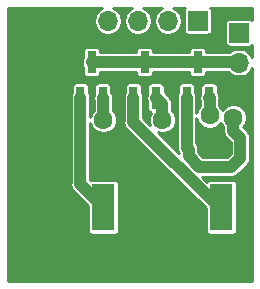
<source format=gbr>
G04 #@! TF.GenerationSoftware,KiCad,Pcbnew,5.0.1-33cea8e~68~ubuntu18.04.1*
G04 #@! TF.CreationDate,2018-11-05T15:54:46+01:00*
G04 #@! TF.ProjectId,Pulse_Arc_Welder_logic,50756C73655F4172635F57656C646572,rev?*
G04 #@! TF.SameCoordinates,Original*
G04 #@! TF.FileFunction,Copper,L2,Bot,Signal*
G04 #@! TF.FilePolarity,Positive*
%FSLAX46Y46*%
G04 Gerber Fmt 4.6, Leading zero omitted, Abs format (unit mm)*
G04 Created by KiCad (PCBNEW 5.0.1-33cea8e~68~ubuntu18.04.1) date Mo 05 Nov 2018 15:54:46 CET*
%MOMM*%
%LPD*%
G01*
G04 APERTURE LIST*
G04 #@! TA.AperFunction,ComponentPad*
%ADD10R,1.980000X3.960000*%
G04 #@! TD*
G04 #@! TA.AperFunction,ComponentPad*
%ADD11O,1.980000X3.960000*%
G04 #@! TD*
G04 #@! TA.AperFunction,ComponentPad*
%ADD12R,1.700000X1.700000*%
G04 #@! TD*
G04 #@! TA.AperFunction,ComponentPad*
%ADD13O,1.700000X1.700000*%
G04 #@! TD*
G04 #@! TA.AperFunction,SMDPad,CuDef*
%ADD14R,0.800000X1.900000*%
G04 #@! TD*
G04 #@! TA.AperFunction,Conductor*
%ADD15C,0.100000*%
G04 #@! TD*
G04 #@! TA.AperFunction,SMDPad,CuDef*
%ADD16C,0.875000*%
G04 #@! TD*
G04 #@! TA.AperFunction,ViaPad*
%ADD17C,1.600000*%
G04 #@! TD*
G04 #@! TA.AperFunction,Conductor*
%ADD18C,1.000000*%
G04 #@! TD*
G04 #@! TA.AperFunction,Conductor*
%ADD19C,0.254000*%
G04 #@! TD*
G04 APERTURE END LIST*
D10*
G04 #@! TO.P,J1,1*
G04 #@! TO.N,Net-(J1-Pad1)*
X100000000Y-88800000D03*
D11*
G04 #@! TO.P,J1,2*
G04 #@! TO.N,GND*
X95000000Y-88800000D03*
G04 #@! TD*
D12*
G04 #@! TO.P,J2,1*
G04 #@! TO.N,WELD*
X111500000Y-74000000D03*
D13*
G04 #@! TO.P,J2,2*
G04 #@! TO.N,+24V*
X111500000Y-76540000D03*
G04 #@! TO.P,J2,3*
G04 #@! TO.N,GND*
X111500000Y-79080000D03*
G04 #@! TD*
D12*
G04 #@! TO.P,J3,1*
G04 #@! TO.N,SIG_1*
X108000000Y-73000000D03*
D13*
G04 #@! TO.P,J3,2*
G04 #@! TO.N,SIG_2*
X105460000Y-73000000D03*
G04 #@! TO.P,J3,3*
G04 #@! TO.N,SIG_3*
X102920000Y-73000000D03*
G04 #@! TO.P,J3,4*
G04 #@! TO.N,+5V*
X100380000Y-73000000D03*
G04 #@! TO.P,J3,5*
G04 #@! TO.N,GND*
X97840000Y-73000000D03*
G04 #@! TD*
D11*
G04 #@! TO.P,J4,2*
G04 #@! TO.N,GND*
X105000000Y-88800000D03*
D10*
G04 #@! TO.P,J4,1*
G04 #@! TO.N,Net-(J4-Pad1)*
X110000000Y-88800000D03*
G04 #@! TD*
D14*
G04 #@! TO.P,Q1,1*
G04 #@! TO.N,SIG_1*
X108950000Y-79500000D03*
G04 #@! TO.P,Q1,2*
G04 #@! TO.N,WELD*
X107050000Y-79500000D03*
G04 #@! TO.P,Q1,3*
G04 #@! TO.N,+24V*
X108000000Y-76500000D03*
G04 #@! TD*
G04 #@! TO.P,Q2,1*
G04 #@! TO.N,SIG_2*
X104450000Y-79500000D03*
G04 #@! TO.P,Q2,2*
G04 #@! TO.N,Net-(J4-Pad1)*
X102550000Y-79500000D03*
G04 #@! TO.P,Q2,3*
G04 #@! TO.N,+24V*
X103500000Y-76500000D03*
G04 #@! TD*
G04 #@! TO.P,Q3,3*
G04 #@! TO.N,+24V*
X99000000Y-76500000D03*
G04 #@! TO.P,Q3,2*
G04 #@! TO.N,Net-(J1-Pad1)*
X98050000Y-79500000D03*
G04 #@! TO.P,Q3,1*
G04 #@! TO.N,SIG_3*
X99950000Y-79500000D03*
G04 #@! TD*
D15*
G04 #@! TO.N,WELD*
G04 #@! TO.C,R1*
G36*
X107452691Y-83426053D02*
X107473926Y-83429203D01*
X107494750Y-83434419D01*
X107514962Y-83441651D01*
X107534368Y-83450830D01*
X107552781Y-83461866D01*
X107570024Y-83474654D01*
X107585930Y-83489070D01*
X107600346Y-83504976D01*
X107613134Y-83522219D01*
X107624170Y-83540632D01*
X107633349Y-83560038D01*
X107640581Y-83580250D01*
X107645797Y-83601074D01*
X107648947Y-83622309D01*
X107650000Y-83643750D01*
X107650000Y-84156250D01*
X107648947Y-84177691D01*
X107645797Y-84198926D01*
X107640581Y-84219750D01*
X107633349Y-84239962D01*
X107624170Y-84259368D01*
X107613134Y-84277781D01*
X107600346Y-84295024D01*
X107585930Y-84310930D01*
X107570024Y-84325346D01*
X107552781Y-84338134D01*
X107534368Y-84349170D01*
X107514962Y-84358349D01*
X107494750Y-84365581D01*
X107473926Y-84370797D01*
X107452691Y-84373947D01*
X107431250Y-84375000D01*
X106993750Y-84375000D01*
X106972309Y-84373947D01*
X106951074Y-84370797D01*
X106930250Y-84365581D01*
X106910038Y-84358349D01*
X106890632Y-84349170D01*
X106872219Y-84338134D01*
X106854976Y-84325346D01*
X106839070Y-84310930D01*
X106824654Y-84295024D01*
X106811866Y-84277781D01*
X106800830Y-84259368D01*
X106791651Y-84239962D01*
X106784419Y-84219750D01*
X106779203Y-84198926D01*
X106776053Y-84177691D01*
X106775000Y-84156250D01*
X106775000Y-83643750D01*
X106776053Y-83622309D01*
X106779203Y-83601074D01*
X106784419Y-83580250D01*
X106791651Y-83560038D01*
X106800830Y-83540632D01*
X106811866Y-83522219D01*
X106824654Y-83504976D01*
X106839070Y-83489070D01*
X106854976Y-83474654D01*
X106872219Y-83461866D01*
X106890632Y-83450830D01*
X106910038Y-83441651D01*
X106930250Y-83434419D01*
X106951074Y-83429203D01*
X106972309Y-83426053D01*
X106993750Y-83425000D01*
X107431250Y-83425000D01*
X107452691Y-83426053D01*
X107452691Y-83426053D01*
G37*
D16*
G04 #@! TD*
G04 #@! TO.P,R1,1*
G04 #@! TO.N,WELD*
X107212500Y-83900000D03*
D15*
G04 #@! TO.N,GND*
G04 #@! TO.C,R1*
G36*
X109027691Y-83426053D02*
X109048926Y-83429203D01*
X109069750Y-83434419D01*
X109089962Y-83441651D01*
X109109368Y-83450830D01*
X109127781Y-83461866D01*
X109145024Y-83474654D01*
X109160930Y-83489070D01*
X109175346Y-83504976D01*
X109188134Y-83522219D01*
X109199170Y-83540632D01*
X109208349Y-83560038D01*
X109215581Y-83580250D01*
X109220797Y-83601074D01*
X109223947Y-83622309D01*
X109225000Y-83643750D01*
X109225000Y-84156250D01*
X109223947Y-84177691D01*
X109220797Y-84198926D01*
X109215581Y-84219750D01*
X109208349Y-84239962D01*
X109199170Y-84259368D01*
X109188134Y-84277781D01*
X109175346Y-84295024D01*
X109160930Y-84310930D01*
X109145024Y-84325346D01*
X109127781Y-84338134D01*
X109109368Y-84349170D01*
X109089962Y-84358349D01*
X109069750Y-84365581D01*
X109048926Y-84370797D01*
X109027691Y-84373947D01*
X109006250Y-84375000D01*
X108568750Y-84375000D01*
X108547309Y-84373947D01*
X108526074Y-84370797D01*
X108505250Y-84365581D01*
X108485038Y-84358349D01*
X108465632Y-84349170D01*
X108447219Y-84338134D01*
X108429976Y-84325346D01*
X108414070Y-84310930D01*
X108399654Y-84295024D01*
X108386866Y-84277781D01*
X108375830Y-84259368D01*
X108366651Y-84239962D01*
X108359419Y-84219750D01*
X108354203Y-84198926D01*
X108351053Y-84177691D01*
X108350000Y-84156250D01*
X108350000Y-83643750D01*
X108351053Y-83622309D01*
X108354203Y-83601074D01*
X108359419Y-83580250D01*
X108366651Y-83560038D01*
X108375830Y-83540632D01*
X108386866Y-83522219D01*
X108399654Y-83504976D01*
X108414070Y-83489070D01*
X108429976Y-83474654D01*
X108447219Y-83461866D01*
X108465632Y-83450830D01*
X108485038Y-83441651D01*
X108505250Y-83434419D01*
X108526074Y-83429203D01*
X108547309Y-83426053D01*
X108568750Y-83425000D01*
X109006250Y-83425000D01*
X109027691Y-83426053D01*
X109027691Y-83426053D01*
G37*
D16*
G04 #@! TD*
G04 #@! TO.P,R1,2*
G04 #@! TO.N,GND*
X108787500Y-83900000D03*
D17*
G04 #@! TO.N,GND*
X110100000Y-83900000D03*
G04 #@! TO.N,WELD*
X111000000Y-81200000D03*
G04 #@! TO.N,SIG_1*
X109000000Y-81000000D03*
G04 #@! TO.N,SIG_2*
X105000000Y-81400000D03*
G04 #@! TO.N,SIG_3*
X100000000Y-81400000D03*
G04 #@! TD*
D18*
G04 #@! TO.N,Net-(J1-Pad1)*
X98050000Y-86850000D02*
X100000000Y-88800000D01*
X98050000Y-79500000D02*
X98050000Y-86850000D01*
G04 #@! TO.N,GND*
X108787500Y-83900000D02*
X110100000Y-83900000D01*
G04 #@! TO.N,WELD*
X107050000Y-81900000D02*
X107050000Y-82637500D01*
X107050000Y-79500000D02*
X107050000Y-81900000D01*
X107050000Y-83737500D02*
X107212500Y-83900000D01*
X107050000Y-81900000D02*
X107050000Y-83737500D01*
X107212500Y-84475000D02*
X107212500Y-83900000D01*
X108137501Y-85400001D02*
X107212500Y-84475000D01*
X110820001Y-85400001D02*
X108137501Y-85400001D01*
X111600001Y-84620001D02*
X110820001Y-85400001D01*
X111600001Y-82931371D02*
X111600001Y-84620001D01*
X111000000Y-82331370D02*
X111600001Y-82931371D01*
X111000000Y-81200000D02*
X111000000Y-82331370D01*
G04 #@! TO.N,+24V*
X111460000Y-76500000D02*
X111500000Y-76540000D01*
X99000000Y-76500000D02*
X111460000Y-76500000D01*
G04 #@! TO.N,SIG_1*
X109000000Y-79550000D02*
X108950000Y-79500000D01*
X109000000Y-81000000D02*
X109000000Y-79550000D01*
G04 #@! TO.N,SIG_2*
X105000000Y-80050000D02*
X104450000Y-79500000D01*
X105000000Y-81400000D02*
X105000000Y-80050000D01*
G04 #@! TO.N,SIG_3*
X100000000Y-79550000D02*
X99950000Y-79500000D01*
X100000000Y-81400000D02*
X100000000Y-79550000D01*
G04 #@! TO.N,Net-(J4-Pad1)*
X110000000Y-88810000D02*
X110000000Y-89800000D01*
X102550000Y-79500000D02*
X102550000Y-81450000D01*
X110000000Y-87810000D02*
X110000000Y-88800000D01*
X102550000Y-79500000D02*
X102550000Y-81570002D01*
X109779998Y-88800000D02*
X102550000Y-81570002D01*
X110000000Y-88800000D02*
X109779998Y-88800000D01*
G04 #@! TD*
D19*
G04 #@! TO.N,GND*
G36*
X99531431Y-72151431D02*
X99271291Y-72540758D01*
X99179942Y-73000000D01*
X99271291Y-73459242D01*
X99531431Y-73848569D01*
X99920758Y-74108709D01*
X100264080Y-74177000D01*
X100495920Y-74177000D01*
X100839242Y-74108709D01*
X101228569Y-73848569D01*
X101488709Y-73459242D01*
X101580058Y-73000000D01*
X101488709Y-72540758D01*
X101228569Y-72151431D01*
X100855269Y-71902000D01*
X102444731Y-71902000D01*
X102071431Y-72151431D01*
X101811291Y-72540758D01*
X101719942Y-73000000D01*
X101811291Y-73459242D01*
X102071431Y-73848569D01*
X102460758Y-74108709D01*
X102804080Y-74177000D01*
X103035920Y-74177000D01*
X103379242Y-74108709D01*
X103768569Y-73848569D01*
X104028709Y-73459242D01*
X104120058Y-73000000D01*
X104028709Y-72540758D01*
X103768569Y-72151431D01*
X103395269Y-71902000D01*
X104984731Y-71902000D01*
X104611431Y-72151431D01*
X104351291Y-72540758D01*
X104259942Y-73000000D01*
X104351291Y-73459242D01*
X104611431Y-73848569D01*
X105000758Y-74108709D01*
X105344080Y-74177000D01*
X105575920Y-74177000D01*
X105919242Y-74108709D01*
X106308569Y-73848569D01*
X106568709Y-73459242D01*
X106660058Y-73000000D01*
X106568709Y-72540758D01*
X106308569Y-72151431D01*
X105935269Y-71902000D01*
X106932574Y-71902000D01*
X106914246Y-71914246D01*
X106841973Y-72022411D01*
X106816594Y-72150000D01*
X106816594Y-73850000D01*
X106841973Y-73977589D01*
X106914246Y-74085754D01*
X107022411Y-74158027D01*
X107150000Y-74183406D01*
X108850000Y-74183406D01*
X108977589Y-74158027D01*
X109085754Y-74085754D01*
X109158027Y-73977589D01*
X109183406Y-73850000D01*
X109183406Y-72150000D01*
X109158027Y-72022411D01*
X109085754Y-71914246D01*
X109067426Y-71902000D01*
X112598001Y-71902000D01*
X112598001Y-72932575D01*
X112585754Y-72914246D01*
X112477589Y-72841973D01*
X112350000Y-72816594D01*
X110650000Y-72816594D01*
X110522411Y-72841973D01*
X110414246Y-72914246D01*
X110341973Y-73022411D01*
X110316594Y-73150000D01*
X110316594Y-74850000D01*
X110341973Y-74977589D01*
X110414246Y-75085754D01*
X110522411Y-75158027D01*
X110650000Y-75183406D01*
X112350000Y-75183406D01*
X112477589Y-75158027D01*
X112585754Y-75085754D01*
X112598001Y-75067425D01*
X112598001Y-76064732D01*
X112348569Y-75691431D01*
X111959242Y-75431291D01*
X111615920Y-75363000D01*
X111384080Y-75363000D01*
X111040758Y-75431291D01*
X110679015Y-75673000D01*
X108733406Y-75673000D01*
X108733406Y-75550000D01*
X108708027Y-75422411D01*
X108635754Y-75314246D01*
X108527589Y-75241973D01*
X108400000Y-75216594D01*
X107600000Y-75216594D01*
X107472411Y-75241973D01*
X107364246Y-75314246D01*
X107291973Y-75422411D01*
X107266594Y-75550000D01*
X107266594Y-75673000D01*
X104233406Y-75673000D01*
X104233406Y-75550000D01*
X104208027Y-75422411D01*
X104135754Y-75314246D01*
X104027589Y-75241973D01*
X103900000Y-75216594D01*
X103100000Y-75216594D01*
X102972411Y-75241973D01*
X102864246Y-75314246D01*
X102791973Y-75422411D01*
X102766594Y-75550000D01*
X102766594Y-75673000D01*
X99733406Y-75673000D01*
X99733406Y-75550000D01*
X99708027Y-75422411D01*
X99635754Y-75314246D01*
X99527589Y-75241973D01*
X99400000Y-75216594D01*
X98600000Y-75216594D01*
X98472411Y-75241973D01*
X98364246Y-75314246D01*
X98291973Y-75422411D01*
X98266594Y-75550000D01*
X98266594Y-76109061D01*
X98220984Y-76177321D01*
X98156799Y-76500000D01*
X98220984Y-76822679D01*
X98266594Y-76890939D01*
X98266594Y-77450000D01*
X98291973Y-77577589D01*
X98364246Y-77685754D01*
X98472411Y-77758027D01*
X98600000Y-77783406D01*
X99400000Y-77783406D01*
X99527589Y-77758027D01*
X99635754Y-77685754D01*
X99708027Y-77577589D01*
X99733406Y-77450000D01*
X99733406Y-77327000D01*
X102766594Y-77327000D01*
X102766594Y-77450000D01*
X102791973Y-77577589D01*
X102864246Y-77685754D01*
X102972411Y-77758027D01*
X103100000Y-77783406D01*
X103900000Y-77783406D01*
X104027589Y-77758027D01*
X104135754Y-77685754D01*
X104208027Y-77577589D01*
X104233406Y-77450000D01*
X104233406Y-77327000D01*
X107266594Y-77327000D01*
X107266594Y-77450000D01*
X107291973Y-77577589D01*
X107364246Y-77685754D01*
X107472411Y-77758027D01*
X107600000Y-77783406D01*
X108400000Y-77783406D01*
X108527589Y-77758027D01*
X108635754Y-77685754D01*
X108708027Y-77577589D01*
X108733406Y-77450000D01*
X108733406Y-77327000D01*
X110610292Y-77327000D01*
X110651431Y-77388569D01*
X111040758Y-77648709D01*
X111384080Y-77717000D01*
X111615920Y-77717000D01*
X111959242Y-77648709D01*
X112348569Y-77388569D01*
X112598001Y-77015268D01*
X112598000Y-94998000D01*
X91902000Y-94998000D01*
X91902000Y-86850000D01*
X97206800Y-86850000D01*
X97270984Y-87172678D01*
X97270985Y-87172679D01*
X97453768Y-87446233D01*
X97522817Y-87492370D01*
X98676594Y-88646148D01*
X98676594Y-90780000D01*
X98701973Y-90907589D01*
X98774246Y-91015754D01*
X98882411Y-91088027D01*
X99010000Y-91113406D01*
X100990000Y-91113406D01*
X101117589Y-91088027D01*
X101225754Y-91015754D01*
X101298027Y-90907589D01*
X101323406Y-90780000D01*
X101323406Y-86820000D01*
X101298027Y-86692411D01*
X101225754Y-86584246D01*
X101117589Y-86511973D01*
X100990000Y-86486594D01*
X99010000Y-86486594D01*
X98882411Y-86511973D01*
X98881881Y-86512327D01*
X98877000Y-86507447D01*
X98877000Y-81633831D01*
X99044576Y-82038394D01*
X99361606Y-82355424D01*
X99775826Y-82527000D01*
X100224174Y-82527000D01*
X100638394Y-82355424D01*
X100955424Y-82038394D01*
X101127000Y-81624174D01*
X101127000Y-81570002D01*
X101706800Y-81570002D01*
X101770984Y-81892680D01*
X101830297Y-81981448D01*
X101953768Y-82166235D01*
X102022817Y-82212372D01*
X108676594Y-88866151D01*
X108676594Y-90780000D01*
X108701973Y-90907589D01*
X108774246Y-91015754D01*
X108882411Y-91088027D01*
X109010000Y-91113406D01*
X110990000Y-91113406D01*
X111117589Y-91088027D01*
X111225754Y-91015754D01*
X111298027Y-90907589D01*
X111323406Y-90780000D01*
X111323406Y-86820000D01*
X111298027Y-86692411D01*
X111225754Y-86584246D01*
X111117589Y-86511973D01*
X110990000Y-86486594D01*
X109010000Y-86486594D01*
X108882411Y-86511973D01*
X108774246Y-86584246D01*
X108758045Y-86608493D01*
X108376553Y-86227001D01*
X110738557Y-86227001D01*
X110820001Y-86243201D01*
X110901445Y-86227001D01*
X110901449Y-86227001D01*
X111142680Y-86179017D01*
X111416234Y-85996234D01*
X111462373Y-85927183D01*
X112127187Y-85262370D01*
X112196234Y-85216234D01*
X112242369Y-85147188D01*
X112242371Y-85147186D01*
X112379017Y-84942680D01*
X112443202Y-84620001D01*
X112427001Y-84538553D01*
X112427001Y-83012819D01*
X112443202Y-82931371D01*
X112379017Y-82608692D01*
X112242371Y-82404186D01*
X112242369Y-82404184D01*
X112196234Y-82335138D01*
X112127187Y-82289003D01*
X111827000Y-81988816D01*
X111827000Y-81966818D01*
X111955424Y-81838394D01*
X112127000Y-81424174D01*
X112127000Y-80975826D01*
X111955424Y-80561606D01*
X111638394Y-80244576D01*
X111224174Y-80073000D01*
X110775826Y-80073000D01*
X110361606Y-80244576D01*
X110044576Y-80561606D01*
X110041421Y-80569222D01*
X109955424Y-80361606D01*
X109827000Y-80233182D01*
X109827000Y-79631448D01*
X109843201Y-79550000D01*
X109824059Y-79453767D01*
X109779016Y-79227321D01*
X109683406Y-79084231D01*
X109683406Y-78550000D01*
X109658027Y-78422411D01*
X109585754Y-78314246D01*
X109477589Y-78241973D01*
X109350000Y-78216594D01*
X108550000Y-78216594D01*
X108422411Y-78241973D01*
X108314246Y-78314246D01*
X108241973Y-78422411D01*
X108216594Y-78550000D01*
X108216594Y-79109062D01*
X108170984Y-79177322D01*
X108106800Y-79500000D01*
X108170984Y-79822678D01*
X108173001Y-79825696D01*
X108173001Y-80233181D01*
X108044576Y-80361606D01*
X107877000Y-80766169D01*
X107877000Y-79418552D01*
X107829016Y-79177321D01*
X107783406Y-79109061D01*
X107783406Y-78550000D01*
X107758027Y-78422411D01*
X107685754Y-78314246D01*
X107577589Y-78241973D01*
X107450000Y-78216594D01*
X106650000Y-78216594D01*
X106522411Y-78241973D01*
X106414246Y-78314246D01*
X106341973Y-78422411D01*
X106316594Y-78550000D01*
X106316594Y-79109062D01*
X106270984Y-79177322D01*
X106223000Y-79418553D01*
X106223001Y-81818548D01*
X106223000Y-81818553D01*
X106223001Y-83656052D01*
X106206800Y-83737500D01*
X106270984Y-84060178D01*
X106379564Y-84222679D01*
X106385500Y-84231563D01*
X106385500Y-84235948D01*
X104606353Y-82456802D01*
X104775826Y-82527000D01*
X105224174Y-82527000D01*
X105638394Y-82355424D01*
X105955424Y-82038394D01*
X106127000Y-81624174D01*
X106127000Y-81175826D01*
X105955424Y-80761606D01*
X105827000Y-80633182D01*
X105827000Y-80131442D01*
X105843200Y-80049999D01*
X105827000Y-79968556D01*
X105827000Y-79968552D01*
X105779016Y-79727321D01*
X105596233Y-79453767D01*
X105527186Y-79407631D01*
X105183406Y-79063852D01*
X105183406Y-78550000D01*
X105158027Y-78422411D01*
X105085754Y-78314246D01*
X104977589Y-78241973D01*
X104850000Y-78216594D01*
X104050000Y-78216594D01*
X103922411Y-78241973D01*
X103814246Y-78314246D01*
X103741973Y-78422411D01*
X103716594Y-78550000D01*
X103716594Y-79109062D01*
X103670984Y-79177322D01*
X103606800Y-79500000D01*
X103670984Y-79822678D01*
X103716594Y-79890938D01*
X103716594Y-80450000D01*
X103741973Y-80577589D01*
X103814246Y-80685754D01*
X103922411Y-80758027D01*
X104036646Y-80780750D01*
X103873000Y-81175826D01*
X103873000Y-81624174D01*
X103943198Y-81793647D01*
X103377000Y-81227449D01*
X103377000Y-79418552D01*
X103329016Y-79177321D01*
X103283406Y-79109061D01*
X103283406Y-78550000D01*
X103258027Y-78422411D01*
X103185754Y-78314246D01*
X103077589Y-78241973D01*
X102950000Y-78216594D01*
X102150000Y-78216594D01*
X102022411Y-78241973D01*
X101914246Y-78314246D01*
X101841973Y-78422411D01*
X101816594Y-78550000D01*
X101816594Y-79109062D01*
X101770984Y-79177322D01*
X101723000Y-79418553D01*
X101723001Y-81488554D01*
X101706800Y-81570002D01*
X101127000Y-81570002D01*
X101127000Y-81175826D01*
X100955424Y-80761606D01*
X100827000Y-80633182D01*
X100827000Y-79631448D01*
X100843201Y-79550000D01*
X100824059Y-79453767D01*
X100779016Y-79227321D01*
X100683406Y-79084231D01*
X100683406Y-78550000D01*
X100658027Y-78422411D01*
X100585754Y-78314246D01*
X100477589Y-78241973D01*
X100350000Y-78216594D01*
X99550000Y-78216594D01*
X99422411Y-78241973D01*
X99314246Y-78314246D01*
X99241973Y-78422411D01*
X99216594Y-78550000D01*
X99216594Y-79109062D01*
X99170984Y-79177322D01*
X99106800Y-79500000D01*
X99170984Y-79822678D01*
X99173001Y-79825696D01*
X99173000Y-80633182D01*
X99044576Y-80761606D01*
X98877000Y-81166169D01*
X98877000Y-79418552D01*
X98829016Y-79177321D01*
X98783406Y-79109061D01*
X98783406Y-78550000D01*
X98758027Y-78422411D01*
X98685754Y-78314246D01*
X98577589Y-78241973D01*
X98450000Y-78216594D01*
X97650000Y-78216594D01*
X97522411Y-78241973D01*
X97414246Y-78314246D01*
X97341973Y-78422411D01*
X97316594Y-78550000D01*
X97316594Y-79109062D01*
X97270984Y-79177322D01*
X97223000Y-79418553D01*
X97223001Y-86768551D01*
X97206800Y-86850000D01*
X91902000Y-86850000D01*
X91902000Y-71902000D01*
X99904731Y-71902000D01*
X99531431Y-72151431D01*
X99531431Y-72151431D01*
G37*
X99531431Y-72151431D02*
X99271291Y-72540758D01*
X99179942Y-73000000D01*
X99271291Y-73459242D01*
X99531431Y-73848569D01*
X99920758Y-74108709D01*
X100264080Y-74177000D01*
X100495920Y-74177000D01*
X100839242Y-74108709D01*
X101228569Y-73848569D01*
X101488709Y-73459242D01*
X101580058Y-73000000D01*
X101488709Y-72540758D01*
X101228569Y-72151431D01*
X100855269Y-71902000D01*
X102444731Y-71902000D01*
X102071431Y-72151431D01*
X101811291Y-72540758D01*
X101719942Y-73000000D01*
X101811291Y-73459242D01*
X102071431Y-73848569D01*
X102460758Y-74108709D01*
X102804080Y-74177000D01*
X103035920Y-74177000D01*
X103379242Y-74108709D01*
X103768569Y-73848569D01*
X104028709Y-73459242D01*
X104120058Y-73000000D01*
X104028709Y-72540758D01*
X103768569Y-72151431D01*
X103395269Y-71902000D01*
X104984731Y-71902000D01*
X104611431Y-72151431D01*
X104351291Y-72540758D01*
X104259942Y-73000000D01*
X104351291Y-73459242D01*
X104611431Y-73848569D01*
X105000758Y-74108709D01*
X105344080Y-74177000D01*
X105575920Y-74177000D01*
X105919242Y-74108709D01*
X106308569Y-73848569D01*
X106568709Y-73459242D01*
X106660058Y-73000000D01*
X106568709Y-72540758D01*
X106308569Y-72151431D01*
X105935269Y-71902000D01*
X106932574Y-71902000D01*
X106914246Y-71914246D01*
X106841973Y-72022411D01*
X106816594Y-72150000D01*
X106816594Y-73850000D01*
X106841973Y-73977589D01*
X106914246Y-74085754D01*
X107022411Y-74158027D01*
X107150000Y-74183406D01*
X108850000Y-74183406D01*
X108977589Y-74158027D01*
X109085754Y-74085754D01*
X109158027Y-73977589D01*
X109183406Y-73850000D01*
X109183406Y-72150000D01*
X109158027Y-72022411D01*
X109085754Y-71914246D01*
X109067426Y-71902000D01*
X112598001Y-71902000D01*
X112598001Y-72932575D01*
X112585754Y-72914246D01*
X112477589Y-72841973D01*
X112350000Y-72816594D01*
X110650000Y-72816594D01*
X110522411Y-72841973D01*
X110414246Y-72914246D01*
X110341973Y-73022411D01*
X110316594Y-73150000D01*
X110316594Y-74850000D01*
X110341973Y-74977589D01*
X110414246Y-75085754D01*
X110522411Y-75158027D01*
X110650000Y-75183406D01*
X112350000Y-75183406D01*
X112477589Y-75158027D01*
X112585754Y-75085754D01*
X112598001Y-75067425D01*
X112598001Y-76064732D01*
X112348569Y-75691431D01*
X111959242Y-75431291D01*
X111615920Y-75363000D01*
X111384080Y-75363000D01*
X111040758Y-75431291D01*
X110679015Y-75673000D01*
X108733406Y-75673000D01*
X108733406Y-75550000D01*
X108708027Y-75422411D01*
X108635754Y-75314246D01*
X108527589Y-75241973D01*
X108400000Y-75216594D01*
X107600000Y-75216594D01*
X107472411Y-75241973D01*
X107364246Y-75314246D01*
X107291973Y-75422411D01*
X107266594Y-75550000D01*
X107266594Y-75673000D01*
X104233406Y-75673000D01*
X104233406Y-75550000D01*
X104208027Y-75422411D01*
X104135754Y-75314246D01*
X104027589Y-75241973D01*
X103900000Y-75216594D01*
X103100000Y-75216594D01*
X102972411Y-75241973D01*
X102864246Y-75314246D01*
X102791973Y-75422411D01*
X102766594Y-75550000D01*
X102766594Y-75673000D01*
X99733406Y-75673000D01*
X99733406Y-75550000D01*
X99708027Y-75422411D01*
X99635754Y-75314246D01*
X99527589Y-75241973D01*
X99400000Y-75216594D01*
X98600000Y-75216594D01*
X98472411Y-75241973D01*
X98364246Y-75314246D01*
X98291973Y-75422411D01*
X98266594Y-75550000D01*
X98266594Y-76109061D01*
X98220984Y-76177321D01*
X98156799Y-76500000D01*
X98220984Y-76822679D01*
X98266594Y-76890939D01*
X98266594Y-77450000D01*
X98291973Y-77577589D01*
X98364246Y-77685754D01*
X98472411Y-77758027D01*
X98600000Y-77783406D01*
X99400000Y-77783406D01*
X99527589Y-77758027D01*
X99635754Y-77685754D01*
X99708027Y-77577589D01*
X99733406Y-77450000D01*
X99733406Y-77327000D01*
X102766594Y-77327000D01*
X102766594Y-77450000D01*
X102791973Y-77577589D01*
X102864246Y-77685754D01*
X102972411Y-77758027D01*
X103100000Y-77783406D01*
X103900000Y-77783406D01*
X104027589Y-77758027D01*
X104135754Y-77685754D01*
X104208027Y-77577589D01*
X104233406Y-77450000D01*
X104233406Y-77327000D01*
X107266594Y-77327000D01*
X107266594Y-77450000D01*
X107291973Y-77577589D01*
X107364246Y-77685754D01*
X107472411Y-77758027D01*
X107600000Y-77783406D01*
X108400000Y-77783406D01*
X108527589Y-77758027D01*
X108635754Y-77685754D01*
X108708027Y-77577589D01*
X108733406Y-77450000D01*
X108733406Y-77327000D01*
X110610292Y-77327000D01*
X110651431Y-77388569D01*
X111040758Y-77648709D01*
X111384080Y-77717000D01*
X111615920Y-77717000D01*
X111959242Y-77648709D01*
X112348569Y-77388569D01*
X112598001Y-77015268D01*
X112598000Y-94998000D01*
X91902000Y-94998000D01*
X91902000Y-86850000D01*
X97206800Y-86850000D01*
X97270984Y-87172678D01*
X97270985Y-87172679D01*
X97453768Y-87446233D01*
X97522817Y-87492370D01*
X98676594Y-88646148D01*
X98676594Y-90780000D01*
X98701973Y-90907589D01*
X98774246Y-91015754D01*
X98882411Y-91088027D01*
X99010000Y-91113406D01*
X100990000Y-91113406D01*
X101117589Y-91088027D01*
X101225754Y-91015754D01*
X101298027Y-90907589D01*
X101323406Y-90780000D01*
X101323406Y-86820000D01*
X101298027Y-86692411D01*
X101225754Y-86584246D01*
X101117589Y-86511973D01*
X100990000Y-86486594D01*
X99010000Y-86486594D01*
X98882411Y-86511973D01*
X98881881Y-86512327D01*
X98877000Y-86507447D01*
X98877000Y-81633831D01*
X99044576Y-82038394D01*
X99361606Y-82355424D01*
X99775826Y-82527000D01*
X100224174Y-82527000D01*
X100638394Y-82355424D01*
X100955424Y-82038394D01*
X101127000Y-81624174D01*
X101127000Y-81570002D01*
X101706800Y-81570002D01*
X101770984Y-81892680D01*
X101830297Y-81981448D01*
X101953768Y-82166235D01*
X102022817Y-82212372D01*
X108676594Y-88866151D01*
X108676594Y-90780000D01*
X108701973Y-90907589D01*
X108774246Y-91015754D01*
X108882411Y-91088027D01*
X109010000Y-91113406D01*
X110990000Y-91113406D01*
X111117589Y-91088027D01*
X111225754Y-91015754D01*
X111298027Y-90907589D01*
X111323406Y-90780000D01*
X111323406Y-86820000D01*
X111298027Y-86692411D01*
X111225754Y-86584246D01*
X111117589Y-86511973D01*
X110990000Y-86486594D01*
X109010000Y-86486594D01*
X108882411Y-86511973D01*
X108774246Y-86584246D01*
X108758045Y-86608493D01*
X108376553Y-86227001D01*
X110738557Y-86227001D01*
X110820001Y-86243201D01*
X110901445Y-86227001D01*
X110901449Y-86227001D01*
X111142680Y-86179017D01*
X111416234Y-85996234D01*
X111462373Y-85927183D01*
X112127187Y-85262370D01*
X112196234Y-85216234D01*
X112242369Y-85147188D01*
X112242371Y-85147186D01*
X112379017Y-84942680D01*
X112443202Y-84620001D01*
X112427001Y-84538553D01*
X112427001Y-83012819D01*
X112443202Y-82931371D01*
X112379017Y-82608692D01*
X112242371Y-82404186D01*
X112242369Y-82404184D01*
X112196234Y-82335138D01*
X112127187Y-82289003D01*
X111827000Y-81988816D01*
X111827000Y-81966818D01*
X111955424Y-81838394D01*
X112127000Y-81424174D01*
X112127000Y-80975826D01*
X111955424Y-80561606D01*
X111638394Y-80244576D01*
X111224174Y-80073000D01*
X110775826Y-80073000D01*
X110361606Y-80244576D01*
X110044576Y-80561606D01*
X110041421Y-80569222D01*
X109955424Y-80361606D01*
X109827000Y-80233182D01*
X109827000Y-79631448D01*
X109843201Y-79550000D01*
X109824059Y-79453767D01*
X109779016Y-79227321D01*
X109683406Y-79084231D01*
X109683406Y-78550000D01*
X109658027Y-78422411D01*
X109585754Y-78314246D01*
X109477589Y-78241973D01*
X109350000Y-78216594D01*
X108550000Y-78216594D01*
X108422411Y-78241973D01*
X108314246Y-78314246D01*
X108241973Y-78422411D01*
X108216594Y-78550000D01*
X108216594Y-79109062D01*
X108170984Y-79177322D01*
X108106800Y-79500000D01*
X108170984Y-79822678D01*
X108173001Y-79825696D01*
X108173001Y-80233181D01*
X108044576Y-80361606D01*
X107877000Y-80766169D01*
X107877000Y-79418552D01*
X107829016Y-79177321D01*
X107783406Y-79109061D01*
X107783406Y-78550000D01*
X107758027Y-78422411D01*
X107685754Y-78314246D01*
X107577589Y-78241973D01*
X107450000Y-78216594D01*
X106650000Y-78216594D01*
X106522411Y-78241973D01*
X106414246Y-78314246D01*
X106341973Y-78422411D01*
X106316594Y-78550000D01*
X106316594Y-79109062D01*
X106270984Y-79177322D01*
X106223000Y-79418553D01*
X106223001Y-81818548D01*
X106223000Y-81818553D01*
X106223001Y-83656052D01*
X106206800Y-83737500D01*
X106270984Y-84060178D01*
X106379564Y-84222679D01*
X106385500Y-84231563D01*
X106385500Y-84235948D01*
X104606353Y-82456802D01*
X104775826Y-82527000D01*
X105224174Y-82527000D01*
X105638394Y-82355424D01*
X105955424Y-82038394D01*
X106127000Y-81624174D01*
X106127000Y-81175826D01*
X105955424Y-80761606D01*
X105827000Y-80633182D01*
X105827000Y-80131442D01*
X105843200Y-80049999D01*
X105827000Y-79968556D01*
X105827000Y-79968552D01*
X105779016Y-79727321D01*
X105596233Y-79453767D01*
X105527186Y-79407631D01*
X105183406Y-79063852D01*
X105183406Y-78550000D01*
X105158027Y-78422411D01*
X105085754Y-78314246D01*
X104977589Y-78241973D01*
X104850000Y-78216594D01*
X104050000Y-78216594D01*
X103922411Y-78241973D01*
X103814246Y-78314246D01*
X103741973Y-78422411D01*
X103716594Y-78550000D01*
X103716594Y-79109062D01*
X103670984Y-79177322D01*
X103606800Y-79500000D01*
X103670984Y-79822678D01*
X103716594Y-79890938D01*
X103716594Y-80450000D01*
X103741973Y-80577589D01*
X103814246Y-80685754D01*
X103922411Y-80758027D01*
X104036646Y-80780750D01*
X103873000Y-81175826D01*
X103873000Y-81624174D01*
X103943198Y-81793647D01*
X103377000Y-81227449D01*
X103377000Y-79418552D01*
X103329016Y-79177321D01*
X103283406Y-79109061D01*
X103283406Y-78550000D01*
X103258027Y-78422411D01*
X103185754Y-78314246D01*
X103077589Y-78241973D01*
X102950000Y-78216594D01*
X102150000Y-78216594D01*
X102022411Y-78241973D01*
X101914246Y-78314246D01*
X101841973Y-78422411D01*
X101816594Y-78550000D01*
X101816594Y-79109062D01*
X101770984Y-79177322D01*
X101723000Y-79418553D01*
X101723001Y-81488554D01*
X101706800Y-81570002D01*
X101127000Y-81570002D01*
X101127000Y-81175826D01*
X100955424Y-80761606D01*
X100827000Y-80633182D01*
X100827000Y-79631448D01*
X100843201Y-79550000D01*
X100824059Y-79453767D01*
X100779016Y-79227321D01*
X100683406Y-79084231D01*
X100683406Y-78550000D01*
X100658027Y-78422411D01*
X100585754Y-78314246D01*
X100477589Y-78241973D01*
X100350000Y-78216594D01*
X99550000Y-78216594D01*
X99422411Y-78241973D01*
X99314246Y-78314246D01*
X99241973Y-78422411D01*
X99216594Y-78550000D01*
X99216594Y-79109062D01*
X99170984Y-79177322D01*
X99106800Y-79500000D01*
X99170984Y-79822678D01*
X99173001Y-79825696D01*
X99173000Y-80633182D01*
X99044576Y-80761606D01*
X98877000Y-81166169D01*
X98877000Y-79418552D01*
X98829016Y-79177321D01*
X98783406Y-79109061D01*
X98783406Y-78550000D01*
X98758027Y-78422411D01*
X98685754Y-78314246D01*
X98577589Y-78241973D01*
X98450000Y-78216594D01*
X97650000Y-78216594D01*
X97522411Y-78241973D01*
X97414246Y-78314246D01*
X97341973Y-78422411D01*
X97316594Y-78550000D01*
X97316594Y-79109062D01*
X97270984Y-79177322D01*
X97223000Y-79418553D01*
X97223001Y-86768551D01*
X97206800Y-86850000D01*
X91902000Y-86850000D01*
X91902000Y-71902000D01*
X99904731Y-71902000D01*
X99531431Y-72151431D01*
G36*
X108044576Y-81638394D02*
X108361606Y-81955424D01*
X108775826Y-82127000D01*
X109224174Y-82127000D01*
X109638394Y-81955424D01*
X109955424Y-81638394D01*
X109958579Y-81630778D01*
X110044576Y-81838394D01*
X110173001Y-81966819D01*
X110173001Y-82249922D01*
X110156800Y-82331370D01*
X110220984Y-82654048D01*
X110220985Y-82654049D01*
X110403768Y-82927603D01*
X110472816Y-82973740D01*
X110773001Y-83273925D01*
X110773002Y-84277446D01*
X110477447Y-84573001D01*
X108480055Y-84573001D01*
X108039500Y-84132447D01*
X108039500Y-83981448D01*
X108055701Y-83900000D01*
X108023378Y-83737500D01*
X107991516Y-83577321D01*
X107961154Y-83531881D01*
X107941376Y-83432449D01*
X107877000Y-83336104D01*
X107877000Y-81233831D01*
X108044576Y-81638394D01*
X108044576Y-81638394D01*
G37*
X108044576Y-81638394D02*
X108361606Y-81955424D01*
X108775826Y-82127000D01*
X109224174Y-82127000D01*
X109638394Y-81955424D01*
X109955424Y-81638394D01*
X109958579Y-81630778D01*
X110044576Y-81838394D01*
X110173001Y-81966819D01*
X110173001Y-82249922D01*
X110156800Y-82331370D01*
X110220984Y-82654048D01*
X110220985Y-82654049D01*
X110403768Y-82927603D01*
X110472816Y-82973740D01*
X110773001Y-83273925D01*
X110773002Y-84277446D01*
X110477447Y-84573001D01*
X108480055Y-84573001D01*
X108039500Y-84132447D01*
X108039500Y-83981448D01*
X108055701Y-83900000D01*
X108023378Y-83737500D01*
X107991516Y-83577321D01*
X107961154Y-83531881D01*
X107941376Y-83432449D01*
X107877000Y-83336104D01*
X107877000Y-81233831D01*
X108044576Y-81638394D01*
G04 #@! TD*
M02*

</source>
